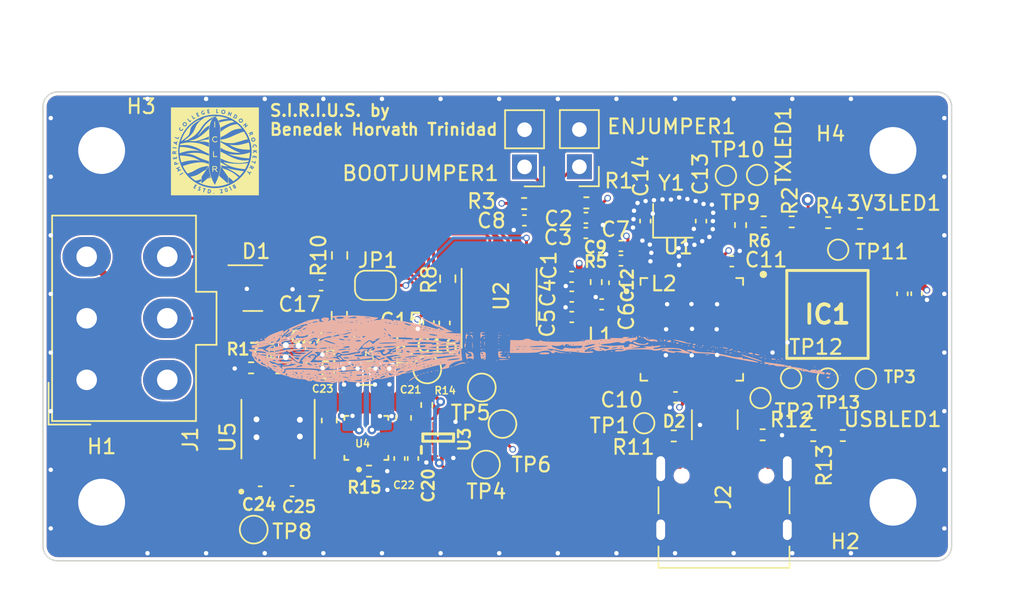
<source format=kicad_pcb>
(kicad_pcb (version 20221018) (generator pcbnew)
  (layers (0 "F.Cu" signal) (1 "In1.Cu" signal) (2 "In2.Cu" signal) (31 "B.Cu" signal) (34 "B.Paste" user) (35 "F.Paste" user) (36 "B.SilkS" user "B.Silkscreen") (37 "F.SilkS" user "F.Silkscreen") (38 "B.Mask" user) (39 "F.Mask" user) (44 "Edge.Cuts" user))
  (net 0 "")
  (net 1 "GND")
  (net 2 "+3V3")
  (net 3 "VBUS")
  (net 4 "RBUS_uC_V")
  (net 5 "Net-(3V3LED1-A)")
  (net 6 "/Power/BBIN")
  (net 7 "/Power/BIAS")
  (net 8 "/Power/BBOUT")
  (net 9 "/Power/LX1")
  (net 10 "/Power/LX2")
  (net 11 "/Power/SEL")
  (net 12 "/Power/FBIn")
  (net 13 "Net-(U1-LNA_IN{slash}RF)")
  (net 14 "Net-(U1-XTAL_N)")
  (net 15 "Net-(JP1-B)")
  (net 17 "/BOOT")
  (net 18 "/CHIP_PU")
  (net 19 "Net-(C6-Pad1)")
  (net 20 "Net-(C12-Pad1)")
  (net 22 "Net-(C14-Pad1)")
  (net 23 "/CAN+")
  (net 24 "/CAN-")
  (net 25 "/Data-")
  (net 26 "/Data+")
  (net 27 "/NAND_CS")
  (net 28 "/CLK")
  (net 29 "/MOSI")
  (net 30 "/MISO")
  (net 32 "Net-(J2-CC2)")
  (net 34 "+12V")
  (net 35 "Net-(J2-CC1)")
  (net 36 "Net-(U1-XTAL_P)")
  (net 37 "Net-(TXLED1-A)")
  (net 38 "Net-(U1-U0TXD{slash}PROG{slash}GPIO43)")
  (net 39 "/CAN-BUS/Vref")
  (net 40 "Net-(U2-Rs)")
  (net 41 "Net-(USBLED1-A)")
  (net 42 "Net-(U3-ST)")
  (net 45 "/RXD")
  (net 46 "/CAN_TX")
  (net 47 "/CAN_RX")
  (net 85 "/TXD")
  (footprint "Capacitor_SMD:C_0402_1005Metric" (layer "F.Cu") (at 174.077 55.992 -90)
    (fp_text reference "C28" hide)
    (fp_text value "10uF")
  )
  (footprint "Capacitor_SMD:C_0402_1005Metric" (layer "F.Cu") (at 153.45 55.25 -90)
    (fp_text reference "C12")
    (fp_text value "DNP")
  )
  (footprint "Resistor_SMD:R_0402_1005Metric" (layer "F.Cu") (at 163.576 65.62 180)
    (fp_text reference "R12")
    (fp_text value "5.1k")
  )
  (footprint "TestPoint:TestPoint_Pad_D1.0mm" (layer "F.Cu") (at 155.49 64.83 -90)
    (fp_text reference "TP1")
    (fp_text value "TestPoint")
  )
  (footprint "Resistor_SMD:R_0402_1005Metric" (layer "F.Cu") (at 128.670223 61.05 180)
    (fp_text reference "R17")
    (fp_text value "10k")
  )
  (footprint "Connector_PinHeader_2.54mm:PinHeader_1x02_P2.54mm_Vertical" (layer "F.Cu") (at 151.07 47.33 180)
    (fp_text reference "ENJUMPER1")
    (fp_text value "Conn_01x02_Male")
  )
  (footprint "Resistor_SMD:R_0402_1005Metric" (layer "F.Cu") (at 151.55 49.79 180)
    (fp_text reference "R1")
    (fp_text value "10K")
  )
  (footprint "Capacitor_SMD:C_0402_1005Metric" (layer "F.Cu") (at 141.87 57.99 -90)
    (fp_text reference "C16")
    (fp_text value "10uF")
  )
  (footprint "TestPoint:TestPoint_Pad_D1.5mm" (layer "F.Cu") (at 144.41 62.39 180)
    (fp_text reference "TP5")
    (fp_text value "TestPoint")
  )
  (footprint "TestPoint:TestPoint_Pad_D1.0mm" (layer "F.Cu") (at 168.73 52.99)
    (fp_text reference "TP11")
    (fp_text value "TestPoint")
  )
  (footprint "ICLR:QFN40P700X700X90-57N" (layer "F.Cu") (at 158.7425 58.425)
    (fp_text reference "U1")
    (fp_text value "ESP32-S3")
  )
  (footprint "TestPoint:TestPoint_Pad_D1.0mm" (layer "F.Cu") (at 163.43 63.11)
    (fp_text reference "TP2")
    (fp_text value "TestPoint")
  )
  (footprint "Resistor_SMD:R_0402_1005Metric" (layer "F.Cu") (at 147.3 49.84)
    (fp_text reference "R3")
    (fp_text value "10K")
  )
  (footprint "Resistor_SMD:R_0402_1005Metric" (layer "F.Cu") (at 168.05 51.14 180)
    (fp_text reference "R4")
    (fp_text value "470")
  )
  (footprint "Capacitor_SMD:C_0402_1005Metric" (layer "F.Cu") (at 153.902 52.733 180)
    (fp_text reference "C7")
    (fp_text value "1uF")
  )
  (footprint "Connector_PinHeader_2.54mm:PinHeader_1x02_P2.54mm_Vertical" (layer "F.Cu") (at 147.33 47.34 180)
    (fp_text reference "BOOTJUMPER1")
    (fp_text value "Conn_01x02_Male")
  )
  (footprint "MountingHole:MountingHole_3.2mm_M3_DIN965_Pad" (layer "F.Cu") (at 118.47 46.22)
    (fp_text reference "H3")
    (fp_text value "MountingHole_Pad")
  )
  (footprint "Resistor_SMD:R_0603_1608Metric" (layer "F.Cu") (at 134.69 57.46 90)
    (fp_text reference "R9")
    (fp_text value "60")
  )
  (footprint "Resistor_SMD:R_0402_1005Metric" (layer "F.Cu") (at 163.65 51.09)
    (fp_text reference "TXLED1")
    (fp_text value "GREEN_LED")
  )
  (footprint "Inductor_SMD:L_0402_1005Metric" (layer "F.Cu") (at 156.7525 53.2875 90)
    (fp_text reference "L2")
    (fp_text value "20nH")
  )
  (footprint "TestPoint:TestPoint_Pad_D1.0mm" (layer "F.Cu") (at 163.2 47.89)
    (fp_text reference "TP9")
    (fp_text value "TestPoint")
  )
  (footprint "Capacitor_SMD:C_0402_1005Metric" (layer "F.Cu") (at 131.47 69.468186)
    (fp_text reference "C25")
    (fp_text value "4.7uF")
  )
  (footprint "iclr:SOTFL50P160X60-8N" (layer "F.Cu") (at 141.437508 65.808 90)
    (fp_text reference "U3")
    (fp_text value "LM66200DRLR" hide)
  )
  (footprint "Capacitor_SMD:C_0402_1005Metric" (layer "F.Cu") (at 150.54 54.84 180)
    (fp_text reference "C1")
    (fp_text value "10uF")
  )
  (footprint "Resistor_SMD:R_0603_1608Metric" (layer "F.Cu") (at 134.71 53.38 90)
    (fp_text reference "R10")
    (fp_text value "60")
  )
  (footprint "Resistor_SMD:R_0402_1005Metric" (layer "F.Cu") (at 167.03 65.675)
    (fp_text reference "R13")
    (fp_text value "470")
  )
  (footprint "TestPoint:TestPoint_Pad_D1.0mm" (layer "F.Cu") (at 161.07 47.94)
    (fp_text reference "TP10")
    (fp_text value "TestPoint")
  )
  (footprint "Capacitor_SMD:C_0402_1005Metric" (layer "F.Cu") (at 132.377508 60.14 180)
    (fp_text reference "C27")
    (fp_text value "0.1uF")
  )
  (footprint "Resistor_SMD:R_0402_1005Metric" (layer "F.Cu") (at 162.07 51.31 -90)
    (fp_text reference "R6")
    (fp_text value "499")
  )
  (footprint "Capacitor_SMD:C_0402_1005Metric" (layer "F.Cu") (at 152.59 56.72 180)
    (fp_text reference "C6")
    (fp_text value "0.1uF")
  )
  (footprint "Capacitor_SMD:C_0603_1608Metric" (layer "F.Cu") (at 134.002508 64.65 90)
    (fp_text reference "C23")
    (fp_text value "22uF")
  )
  (footprint "MountingHole:MountingHole_3.2mm_M3_DIN965_Pad" (layer "F.Cu") (at 172.47 70.22)
    (fp_text reference "H2")
    (fp_text value "MountingHole_Pad")
  )
  (footprint "Crystal:Crystal_SMD_2016-4Pin_2.0x1.6mm" (layer "F.Cu") (at 157.4525 51.0175)
    (fp_text reference "Y1")
    (fp_text value "40MHz±10ppm")
  )
  (footprint "Resistor_SMD:R_0402_1005Metric" (layer "F.Cu") (at 140.657508 63.588186 -90)
    (fp_text reference "R14")
    (fp_text value "10k")
  )
  (footprint "Resistor_SMD:R_0603_1608Metric" (layer "F.Cu") (at 142.09 54.97 -90)
    (fp_text reference "R8")
    (fp_text value "0")
  )
  (footprint "Package_SO:SOIC-8_3.9x4.9mm_P1.27mm" (layer "F.Cu") (at 145.595 56.24 90)
    (fp_text reference "U2")
    (fp_text value "SN65HVD230")
  )
  (footprint "Capacitor_SMD:C_0402_1005Metric" (layer "F.Cu") (at 139.717508 67.24 -90)
    (fp_text reference "C20")
    (fp_text value "10uF")
  )
  (footprint "Capacitor_SMD:C_0402_1005Metric" (layer "F.Cu") (at 153.908 53.73 180)
    (fp_text reference "C9")
    (fp_text value "10nF")
  )
  (footprint "Capacitor_SMD:C_0402_1005Metric" (layer "F.Cu") (at 161.47 53.78)
    (fp_text reference "C11")
    (fp_text value "0.1uF")
  )
  (footprint "Resistor_SMD:R_0402_1005Metric" (layer "F.Cu") (at 165.56 51.09 180)
    (fp_text reference "R2")
    (fp_text value "470")
  )
  (footprint "LOGO" (layer "F.Cu") (at 126.2 46.28)
    (fp_text reference "G***" hide)
    (fp_text value "LOGO" hide)
  )
  (footprint "Resistor_SMD:R_0402_1005Metric" (layer "F.Cu") (at 157.51 65.695 180)
    (fp_text reference "R11")
    (fp_text value "5.1k")
  )
  (footprint "Resistor_SMD:R_0402_1005Metric" (layer "F.Cu") (at 130.530223 61.05 180)
    (fp_text reference "R16")
    (fp_text value "56k")
  )
  (footprint "Capacitor_SMD:C_0402_1005Metric" (layer "F.Cu") (at 157.63 63.057 180)
    (fp_text reference "C10")
    (fp_text value "0.1uF")
  )
  (footprint "Capacitor_SMD:C_0402_1005Metric" (layer "F.Cu") (at 147.32 50.99 180)
    (fp_text reference "C8")
    (fp_text value "0.1uF")
  )
  (footprint "MountingHole:MountingHole_3.2mm_M3_DIN965_Pad" (layer "F.Cu") (at 118.47 70.22)
    (fp_text reference "H1")
    (fp_text value "MountingHole_Pad")
  )
  (footprint "Resistor_SMD:R_0402_1005Metric" (layer "F.Cu") (at 136.717508 68.1)
    (fp_text reference "R15")
    (fp_text value "14k")
  )
  (footprint "TestPoint:TestPoint_Pad_D1.5mm" (layer "F.Cu") (at 145.82 64.88 180)
    (fp_text reference "TP6")
    (fp_text value "TestPoint")
  )
  (footprint "Connector_USB:USB_C_Receptacle_Palconn_UTC16-G" (layer "F.Cu") (at 160.94 69.86)
    (fp_text reference "J2")
    (fp_text value "USB_C_Receptacle_USB2.0")
  )
  (footprint "Capacitor_SMD:C_0402_1005Metric" (layer "F.Cu") (at 150.55 56.19 180)
    (fp_text reference "C4")
    (fp_text value "1uF")
  )
  (footprint "Capacitor_SMD:C_0402_1005Metric" (layer "F.Cu") (at 129.29 69.498186 180)
    (fp_text reference "C24")
    (fp_text value "10uF")
  )
  (footprint "Capacitor_SMD:C_0402_1005Metric" (layer "F.Cu") (at 151.51 51.85)
    (fp_text reference "C3")
    (fp_text value "0.1uF")
  )
  (footprint "iclr:SON127P800X600X95-8N" (layer "F.Cu") (at 168 57.405)
    (fp_text reference "IC1")
    (fp_text value "XTSD08GLGEAG" hide)
  )
  (footprint "Capacitor_SMD:C_0402_1005Metric" (layer "F.Cu") (at 133.45 55.42 180)
    (fp_text reference "C17")
    (fp_text value "47nF")
  )
  (footprint "TestPoint:TestPoint_Pad_D1.5mm" (layer "F.Cu") (at 128.85 72.088186)
    (fp_text reference "TP8")
    (fp_text value "TestPoint")
  )
  (footprint "TestPoint:TestPoint_Pad_D1.5mm" (layer "F.Cu") (at 144.7 67.65 180)
    (fp_text reference "TP4")
    (fp_text value "TestPoint")
  )
  (footprint "iclr:SOIC127P599X175-9N" (layer "F.Cu") (at 130.508 65.231186 90)
    (fp_text reference "U5")
    (fp_text value "SC4215")
  )
  (footprint "MountingHole:MountingHole_3.2mm_M3_DIN965_Pad" (layer "F.Cu") (at 172.47 46.22)
    (fp_text reference "H4")
    (fp_text value "MountingHole_Pad")
  )
  (footprint "Package_TO_SOT_SMD:SOT-143" (layer "F.Cu") (at 160.31 64.585 90)
    (fp_text reference "D2")
    (fp_text value "SP0503BAHT")
  )
  (footprint "TestPoint:TestPoint_Pad_D1.0mm" (layer "F.Cu") (at 165.52 61.75)
    (fp_text reference "TP12")
    (fp_text value "TestPoint")
  )
  (footprint "Capacitor_SMD:C_0402_1005Metric" (layer "F.Cu") (at 132.377508 61.06 180)
    (fp_text reference "C26")
    (fp_text value "10uF")
  )
  (footprint "Package_TO_SOT_SMD:SOT-23" (layer "F.Cu") (at 128.7875 55.61)
    (fp_text reference "D1")
    (fp_text value "SM712_SOT23")
  )
  (footprint "Inductor_SMD:L_0402_1005Metric" (layer "F.Cu") (at 152.63 57.71)
    (fp_text reference "L1")
    (fp_text value "2.0nH")
  )
  (footprint "Connector_Molex:Molex_Mini-Fit_Jr_5566-06A_2x03_P4.20mm_Vertical" (layer "F.Cu") (at 117.45 61.87 90)
    (fp_text reference "J1")
    (fp_text value "RBUS")
  )
  (footprint "Capacitor_SMD:C_0402_1005Metric" (layer "F.Cu") (at 173.114 55.998 -90)
    (fp_text reference "C29" hide)
    (fp_text value "0.1uF")
  )
  (footprint "Capacitor_SMD:C_0402_1005Metric" (layer "F.Cu") (at 159.3725 51.0375 -90)
    (fp_text reference "C13")
    (fp_text value "11pF")
  )
  (footprint "Capacitor_SMD:C_0402_1005Metric" (layer "F.Cu") (at 140.78 57.97 -90)
    (fp_text reference "C15")
    (fp_text value "100nF")
  )
  (footprint "TestPoint:TestPoint_Pad_D1.5mm" (layer "F.Cu") (at 140.69 61.158186 180)
    (fp_text reference "TP7")
    (fp_text value "TestPoint")
  )
  (footprint "Capacitor_SMD:C_0402_1005Metric" (layer "F.Cu") (at 150.55 57.58 180)
    (fp_text reference "C5")
    (fp_text value "0.1uF")
  )
  (footprint "iclr:CONV_MAX77827AEFD+T" (layer "F.Cu") (at 136.534582 65.83 90)
    (fp_text reference "U4")
    (fp_text value "MAX77827AEFD+T")
  )
  (footprint "TestPoint:TestPoint_Pad_D1.0mm" (layer "F.Cu") (at 170.62 61.8)
    (fp_text reference "TP3")
    (fp_text value "TestPoint")
  )
  (footprint "Capacitor_SMD:C_0402_1005Metric" (layer "F.Cu") (at 155.5725 51.0375 90)
    (fp_text reference "C14")
    (fp_text value "11pF")
  )
  (footprint "Resistor_SMD:R_0402_1005Metric" (layer "F.Cu") (at 170.22 51.2 180)
    (fp_text reference "3V3LED1")
    (fp_text value "BLUE_LED")
  )
  (footprint "Jumper:SolderJumper-2_P1.3mm_Open_RoundedPad1.0x1.5mm" (layer "F.Cu") (at 137.158199 55.42 180)
    (fp_text reference "JP1")
    (fp_text value "TermJP")
  )
  (footprint "Capacitor_SMD:C_0603_1608Metric" (layer "F.Cu") (at 139.073131 64.462144 90)
    (fp_text reference "C21")
    (fp_text value "10uF")
  )
  (footprint "Capacitor_SMD:C_0402_1005Metric" (layer "F.Cu") (at 138.797508 67.24 -90)
    (fp_text reference "C22")
    (fp_text value "1uF")
  )
  (footprint "TestPoint:TestPoint_Pad_D1.0mm" (layer "F.Cu") (at 168.01 61.78)
    (fp_text reference "TP13")
    (fp_text value "TestPoint")
  )
  (footprint "Resistor_SMD:R_0402_1005Metric" (layer "F.Cu") (at 169.05 65.67 180)
    (fp_text reference "USBLED1")
    (fp_text value "USB_LED")
  )
  (footprint "Inductor_SMD:L_0805_2012Metric" (layer "F.Cu") (at 136.54 61.658186 180)
    (fp_text reference "L3")
    (fp_text value "1uH")
  )
  (footprint "Resistor_SMD:R_0402_1005Metric" (layer "F.Cu") (at 152.22 55.2 90)
    (fp_text reference "R5")
    (fp_text value "DNP")
  )
  (footprint "Capacitor_SMD:C_0402_1005Metric" (layer "F.Cu") (at 151.52 50.82)
    (fp_text reference "C2")
    (fp_text value "1uF")
  )
  (footprint "LOGO" (layer "B.Cu") (at 148.73 59.75 90)
    (fp_text reference "G***" hide)
    (fp_text value "LOGO" hide)
  )
  (gr_line (start 175.47 74.22) (end 115.47 74.22) (stroke (width 0.1)) (layer "Edge.Cuts"))
  (gr_arc (start 114.47 43.22) (mid 114.762893 42.512893) (end 115.47 42.22) (stroke (width 0.1)) (layer "Edge.Cuts"))
  (gr_arc (start 115.47 74.22) (mid 114.762894 73.927107) (end 114.47 73.22) (stroke (width 0.1)) (layer "Edge.Cuts"))
  (gr_line (start 115.47 42.22) (end 175.47 42.22) (stroke (width 0.1)) (layer "Edge.Cuts"))
  (gr_arc (start 175.47 42.22) (mid 176.177107 42.512893) (end 176.47 43.22) (stroke (width 0.1)) (layer "Edge.Cuts"))
  (gr_line (start 114.47 43.22) (end 114.47 73.22) (stroke (width 0.1)) (layer "Edge.Cuts"))
  (gr_line (start 176.47 43.22) (end 176.47 73.22) (stroke (width 0.1)) (layer "Edge.Cuts"))
  (gr_arc (start 176.47 73.22) (mid 176.177107 73.927106) (end 175.47 74.22) (stroke (width 0.1)) (layer "Edge.Cuts"))
  (gr_text "S.I.R.I.U.S. by \nBenedek Horvath Trinidad" (at 129.86 45.25) (layer "F.SilkS") (effects (font (size 0.8 0.8) (thickness 0.16) bold) (justify left bottom)))
  (segment (start 150.13 57.52) (end 150.07 57.58) (width 0.2) (layer "F.Cu") (net 1))
  (segment (start 158.8775 51.5675) (end 158.88 51.57) (width 0.4) (layer "F.Cu") (net 1))
  (segment (start 156.0175 50.4675) (end 155.6625 50.4675) (width 0.4) (layer "F.Cu") (net 1))
  (segment (start 140.63 67.508186) (end 140.687508 67.450678) (width 0.25) (layer "F.Cu") (net 1))
  (segment (start 158.88 51.57) (end 158.8825 51.5675) (width 0.4) (layer "F.Cu") (net 1))
  (segment (start 136.536803 64.73061) (end 136.536803 63.598835) (width 0.36) (layer "F.Cu") (net 1))
  (segment (start 150.13 56.13) (end 150.07 56.19) (width 0.5) (layer "F.Cu") (net 1))
  (segment (start 164.14 67.35) (end 164.68 67.35) (width 0.2) (layer "F.Cu") (net 1))
  (segment (start 164.68 67.35) (end 165.26 67.93) (width 0.2) (layer "F.Cu") (net 1))
  (segment (start 137.961183 68.100965) (end 137.960404 68.100186) (width 0.2) (layer "F.Cu") (net 1))
  (segment (start 137.961183 68.100965) (end 137.734582 67.874364) (width 0.2) (layer "F.Cu") (net 1))
  (segment (start 156.08 50.53) (end 156.0175 50.4675) (width 0.4) (layer "F.Cu") (net 1))
  (segment (start 159.3225 51.5675) (end 159.3725 51.5175) (width 0.4) (layer "F.Cu") (net 1))
  (segment (start 150.06 54.84) (end 150.06 55.39) (width 0.2) (layer "F.Cu") (net 1))
  (segment (start 138.727173 63.341186) (end 134.074322 63.341186) (width 1) (layer "F.Cu") (net 1))
  (segment (start 137.936508 68.1) (end 137.227508 68.1) (width 0.2) (layer "F.Cu") (net 1))
  (segment (start 156.7525 50.4675) (end 156.1425 50.4675) (width 0.4) (layer "F.Cu") (net 1))
  (segment (start 156.1425 50.4675) (end 156.08 50.53) (width 0.4) (layer "F.Cu") (net 1))
  (segment (start 140.687508 67.450678) (end 140.687508 66.646) (width 0.25) (layer "F.Cu") (net 1))
  (segment (start 134.074322 63.341186) (end 133.989508 63.426) (width 1) (layer "F.Cu") (net 1))
  (segment (start 137.734582 67.874364) (end 137.734582 66.63) (width 0.2) (layer "F.Cu") (net 1))
  (segment (start 136.534582 63.598225) (end 136.542807 63.59) (width 0.25) (layer "F.Cu") (net 1))
  (segment (start 139.073131 63.687144) (end 138.727173 63.341186) (width 1) (layer "F.Cu") (net 1))
  (segment (start 138.316508 67.72) (end 138.797508 67.72) (width 0.2) (layer "F.Cu") (net 1))
  (segment (start 158.1525 51.5675) (end 158.8775 51.5675) (width 0.4) (layer "F.Cu") (net 1))
  (segment (start 150.14 55.47) (end 150.13 55.48) (width 0.2) (layer "F.Cu") (net 1))
  (segment (start 150.13 55.48) (end 150.13 56.92) (width 0.2) (layer "F.Cu") (net 1))
  (segment (start 153.44 53.718) (end 153.428 53.73) (width 0.2) (layer "F.Cu") (net 1))
  (segment (start 158.8825 51.5675) (end 159.3225 51.5675) (width 0.4) (layer "F.Cu") (net 1))
  (segment (start 150.13 56.92) (end 150.13 57.52) (width 0.2) (layer "F.Cu") (net 1))
  (segment (start 137.961183 68.100965) (end 137.961183 67.951315) (width 0.2) (layer "F.Cu") (net 1))
  (segment (start 155.6625 50.4675) (end 155.5725 50.5575) (width 0.4) (layer "F.Cu") (net 1))
  (segment (start 137.961183 67.951315) (end 138.081511 67.830987) (width 0.2) (layer "F.Cu") (net 1))
  (segment (start 150.06 55.39) (end 150.14 55.47) (width 0.2) (layer "F.Cu") (net 1))
  (via (at 150.13 56.92) (size 0.45) (drill 0.3) (layers "F.Cu" "B.Cu") (net 1))
  (via (at 137.961183 68.100965) (size 0.6) (drill 0.3) (layers "F.Cu" "B.Cu") (net 1))
  (via (at 137.97 69.38) (size 0.45) (drill 0.3) (layers "F.Cu" "B.Cu") (net 1))
  (via (at 145.6 73.7) (size 0.45) (drill 0.3) (layers "F.Cu" "B.Cu") (net 1))
  (via (at 154.8 50.33) (size 0.45) (drill 0.3) (layers "F.Cu" "B.Cu") (net 1))
  (via (at 115 72.007983) (size 0.45) (drill 0.3) (layers "F.Cu" "B.Cu") (net 1))
  (via (at 160.1125 49.9175) (size 0.45) (drill 0.3) (layers "F.Cu" "B.Cu") (net 1))
  (via (at 158.3525 52.6175) (size 0.45) (drill 0.3) (layers "F.Cu" "B.Cu") (net 1))
  (via (at 165.6 42.7) (size 0.45) (drill 0.3) (layers "F.Cu" "B.Cu") (net 1))
  (via (at 152.184 56.221) (size 0.45) (drill 0.3) (layers "F.Cu" "B.Cu") (net 1))
  (via (at 175.975128 60.006734) (size 0.45) (drill 0.3) (layers "F.Cu" "B.Cu") (net 1))
  (via (at 175.975128 68.006735) (size 0.45) (drill 0.3) (layers "F.Cu" "B.Cu") (net 1))
  (via (at 156.16 49.61) (size 0.45) (drill 0.3) (layers "F.Cu" "B.Cu") (net 1))
  (via (at 175.975128 48.006735) (size 0.45) (drill 0.3) (layers "F.Cu" "B.Cu") (net 1))
  (via (at 160.2025 50.4675) (size 0.45) (drill 0.3) (layers "F.Cu" "B.Cu") (net 1))
  (via (at 159.301 64.947) (size 0.45) (drill 0.3) (layers "F.Cu" "B.Cu") (net 1))
  (via (at 149.6 73.7) (size 0.45) (drill 0.3) (layers "F.Cu" "B.Cu") (net 1))
  (via (at 161.6 42.7) (size 0.45) (drill 0.3) (layers "F.Cu" "B.Cu") (net 1))
  (via (at 133.6 73.7) (size 0.45) (drill 0.3) (layers "F.Cu" "B.Cu") (net 1))
  (via (at 175.975128 56.006734) (size 0.45) (drill 0.3) (layers "F.Cu" "B.Cu") (net 1))
  (via (at 156.99 58.42) (size 0.45) (drill 0.3) (layers "F.Cu" "B.Cu") (net 1))
  (via (at 157.06 56.71) (size 0.45) (drill 0.3) (layers "F.Cu" "B.Cu") (net 1))
  (via (at 157.8425 52.8875) (size 0.45) (drill 0.3) (layers "F.Cu" "B.Cu") (net 1))
  (via (at 154.73 51.48) (size 0.45) (drill 0.3) (layers "F.Cu" "B.Cu") (net 1))
  (via (at 115 68.007983) (size 0.45) (drill 0.3) (layers "F.Cu" "B.Cu") (net 1))
  (via (at 158.76 58.39) (size 0.45) (drill 0.3) (layers "F.Cu" "B.Cu") (net 1))
  (via (at 157.6 42.7) (size 0.45) (drill 0.3) (layers "F.Cu" "B.Cu") (net 1))
  (via (at 156.74 49.56) (size 0.45) (drill 0.3) (layers "F.Cu" "B.Cu") (net 1))
  (via (at 140.04 58.39) (size 0.45) (drill 0.3) (layers "F.Cu" "B.Cu") (net 1))
  (via (at 157.88 49.43) (size 0.45) (drill 0.3) (layers "F.Cu" "B.Cu") (net 1))
  (via (at 141.6 73.7) (size 0.45) (drill 0.3) (layers "F.Cu" "B.Cu") (net 1))
  (via (at 160.1825 51.0375) (size 0.45) (drill 0.3) (layers "F.Cu" "B.Cu") (net 1))
  (via (at 125.6 42.7) (size 0.45) (drill 0.3) (layers "F.Cu" "B.Cu") (net 1))
  (via (at 145.6 42.7) (size 0.45) (drill 0.3) (layers "F.Cu" "B.Cu") (net 1))
  (via (at 115 64.007984) (size 0.45) (drill 0.3) (layers "F.Cu" "B.Cu") (net 1))
  (via (at 159.0025 49.6675) (size 0.45) (drill 0.3) (layers "F.Cu" "B.Cu") (net 1))
  (via (at 129.038 64.566186) (size 0.8) (drill 0.4) (layers "F.Cu" "B.Cu") (net 1))
  (via (at 158.44 49.53) (size 0.45) (drill 0.3) (layers "F.Cu" "B.Cu") (net 1))
  (via (at 142.62 64.73) (size 0.45) (drill 0.3) (layers "F.Cu" "B.Cu") (net 1))
  (via (at 152.675 51.302) (size 0.45) (drill 0.3) (layers "F.Cu" "B.Cu") (net 1))
  (via (at 146.592 51.645) (size 0.45) (drill 0.3) (layers "F.Cu" "B.Cu") (net 1))
  (via (at 160.1725 51.5875) (size 0.45) (drill 0.3) (layers "F.Cu" "B.Cu") (net 1))
  (via (at 157.86 53.45) (size 0.45) (drill 0.3) (layers "F.Cu" "B.Cu") (net 1))
  (via (at 137.6 73.7) (size 0.45) (drill 0.3) (layers "F.Cu" "B.Cu") (net 1))
  (via (at 153.6 73.7) (size 0.45) (drill 0.3) (layers "F.Cu" "B.Cu") (net 1))
  (via (at 155.37 52.37) (size 0.45) (drill 0.3) (layers "F.Cu" "B.Cu") (net 1))
  (via (at 133.6 42.7) (size 0.45) (drill 0.3) (layers "F.Cu" "B.Cu") (net 1))
  (via (at 157.3225 49.5675) (size 0.45) (drill 0.3) (layers "F.Cu" "B.Cu") (net 1))
  (via (at 115 60.007982) (size 0.45) (drill 0.3) (layers "F.Cu" "B.Cu") (net 1))
  (via (at 157.6 73.7) (size 0.45) (drill 0.3) (layers "F.Cu" "B.Cu") (net 1))
  (via (at 156.08 50.53) (size 0.45) (drill 0.3) (layers "F.Cu" "B.Cu") (net 1))
  (via (at 158.88 51.57) (size 0.45) (drill 0.3) (layers "F.Cu" "B.Cu") (net 1))
  (via (at 158.9225 52.6575) (size 0.45) (drill 0.3) (layers "F.Cu" "B.Cu") (net 1))
  (via (at 137.6 42.7) (size 0.45) (drill 0.3) (layers "F.Cu" "B.Cu") (net 1))
  (via (at 155.59 49.67) (size 0.45) (drill 0.3) (layers "F.Cu" "B.Cu") (net 1))
  (via (at 129.038 65.786186) (size 0.8) (drill 0.4) (layers "F.Cu" "B.Cu") (net 1))
  (via (at 159.9425 52.1175) (size 0.45) (drill 0.3) (layers "F.Cu" "B.Cu") (net 1))
  (via (at 175.975128 52.006735) (size 0.45) (drill 0.3) (layers "F.Cu" "B.Cu") (net 1))
  (via (at 160.44 58.42) (size 0.45) (drill 0.3) (layers "F.Cu" "B.Cu") (net 1))
  (via (at 175.975128 72.006735) (size 0.45) (drill 0.3) (layers "F.Cu" "B.Cu") (net 1))
  (via (at 164.9 65.65) (size 0.45) (drill 0.3) (layers "F.Cu" "B.Cu") (net 1))
  (via (at 160.47 60.17) (size 0.45) (drill 0.3) (layers "F.Cu" "B.Cu") (net 1))
  (via (at 133.548 61.065) (size 0.45) (drill 0.3) (layers "F.Cu" "B.Cu") (net 1))
  (via (at 131.998 64.596186) (size 0.8) (drill 0.4) (layers "F.Cu" "B.Cu") (net 1))
  (via (at 125.6 73.7) (size 0.45) (drill 0.3) (layers "F.Cu" "B.Cu") (net 1))
  (via (at 174.789 56.41) (size 0.45) (drill 0.3) (layers "F.Cu" "B.Cu") (net 1))
  (via (at 141.6 42.7) (size 0.45) (drill 0.3) (layers "F.Cu" "B.Cu") (net 1))
  (via (at 165.272 59.318) (size 0.45) (drill 0.3) (layers "F.Cu" "B.Cu") (net 1))
  (via (at 121.6 73.7) (size 0.45) (drill 0.3) (layers "F.Cu" "B.Cu") (net 1))
  (via (at 115 56.007982) (size 0.45) (drill 0.3) (layers "F.Cu" "B.Cu") (net 1))
  (via (at 169.6 73.7) (size 0.45) (drill 0.3) (layers "F.Cu" "B.Cu") (net 1))
  (via (at 169.6 42.7) (size 0.45) (drill 0.3) (layers "F.Cu" "B.Cu") (net 1))
  (via (at 175.975128 64.006736) (size 0.45) (drill 0.3) (layers "F.Cu" "B.Cu") (net 1))
  (via (at 142.47 67.2) (size 0.45) (drill 0.3) (layers "F.Cu" "B.Cu") (net 1))
  (via (at 115 52.007983) (size 0.45) (drill 0.3) (layers "F.Cu" "B.Cu") (net 1))
  (via (at 133.53 60.158) (size 0.45) (drill 0.3) (layers "F.Cu" "B.Cu") (net 1))
  (via (at 154.7625 50.91) (size 0.45) (drill 0.3) (layers "F.Cu" "B.Cu") (net 1))
  (via (at 115 44.007983) (size 0.45) (drill 0.3) (layers "F.Cu" "B.Cu") (net 1))
  (via (at 162.01 53.07) (size 0.45) (drill 0.3) (layers "F.Cu" "B.Cu") (net 1))
  (via (at 155.92 53.78) (size 0.45) (drill 0.3) (layers "F.Cu" "B.Cu") (net 1))
  (via (at 152.9 53.3) (size 0.45) (drill 0.3) (layers "F.Cu" "B.Cu") (net 1))
  (via (at 159.4525 52.4075) (size 0.45) (drill 0.3) (layers "F.Cu" "B.Cu") (net 1))
  (via (at 158.72 56.7) (size 0.45) (drill 0.3) (layers "F.Cu" "B.Cu") (net 1))
  (via (at 158.74 60.2) (size 0.45) (drill 0.3) (layers "F.Cu" "B.Cu") (net 1))
  (via (at 131.498199 55.69) (size 0.45) (drill 0.3) (layers "F.Cu" "B.Cu") (net 1))
  (via (at 140.63 67.508186) (size 0.6) (drill 0.3) (layers "F.Cu" "B.Cu") (net 1))
  (via (at 115 48.007983) (size 0.45) (drill 0.3) (layers "F.Cu" "B.Cu") (net 1))
  (via (at 128.38 55.66) (size 0.45) (drill 0.3) (layers "F.Cu" "B.Cu") (net 1))
  (via (at 161.6 73.7) (size 0.45) (drill 0.3) (layers "F.Cu" "B.Cu") (net 1))
  (via (at 175.975128 44.006735) (size 0.45) (drill 0.3) (layers "F.Cu" "B.Cu") (net 1))
  (via (at 131.998 65.736186) (size 0.8) (drill 0.4) (layers "F.Cu" "B.Cu") (net 1))
  (via (at 121.6 42.7) (size 0.45) (drill 0.3) (layers "F.Cu" "B.Cu") (net 1))
  (via (at 153.6 42.7) (size 0.45) (drill 0.3) (layers "F.Cu" "B.Cu") (net 1))
  (via (at 160.47 56.71) (size 0.45) (drill 0.3) (layers "F.Cu" "B.Cu") (net 1))
  (via (at 149.6 42.7) (size 0.45) (drill 0.3) (layers "F.Cu" "B.Cu") (net 1))
  (via (at 164.252 60.005) (size 0.45) (drill 0.3) (layers "F.Cu" "B.Cu") (net 1))
  (via (at 155.88 52.64) (size 0.45) (drill 0.3) (layers "F.Cu" "B.Cu") (net 1))
  (via (at 165.6 73.7) (size 0.45) (drill 0.3) (layers "F.Cu" "B.Cu") (net 1))
  (via (at 127.552 61.096) (size 0.45) (drill 0.3) (layers "F.Cu" "B.Cu") (net 1))
  (via (at 129.6 73.7) (size 0.45) (drill 0.3) (layers "F.Cu" "B.Cu") (net 1))
  (via (at 155.04 49.8) (size 0.45) (drill 0.3) (layers "F.Cu" "B.Cu") (net 1))
  (via (at 157.877513 54.037922) (size 0.45) (drill 0.3) (layers "F.Cu" "B.Cu") (net 1))
  (via (at 159.5425 49.8675) (size 0.45) (drill 0.3) (layers "F.Cu" "B.Cu") (net 1))
  (via (at 155.98 53.2) (size 0.45) (drill 0.3) (layers "F.Cu" "B.Cu") (net 1))
  (via (at 156.97 60.19) (size 0.45) (drill 0.3) (layers "F.Cu" "B.Cu") (net 1))
  (via (at 157.24 63.755) (size 0.45) (drill 0.3) (layers "F.Cu" "B.Cu") (net 1))
  (via (at 150.14 55.47) (size 0.45) (drill 0.3) (layers "F.Cu" "B.Cu") (net 1))
  (via (at 129.6 42.7) (size 0.45) (drill 0.3) (layers "F.Cu" "B.Cu") (net 1))
  (arc (start 138.081511 67.830987) (mid 138.187597 67.750348) (end 138.316508 67.72) (width 0.2) (layer "F.Cu") (net 1))
  (arc (start 137.960404 68.100186) (mid 137.948124 68.099238) (end 137.936508 68.1) (width 0.2) (layer "F.Cu") (net 1))
  (segment (start 167.28 51.4) (end 167.54 51.14) (width 0.2) (layer "F.Cu") (net 2))
  (segment (start 166.65 49.59) (end 166.68 49.62) (width 0.2) (layer "F.Cu") (net 2))
  (segment (start 166.92 51.4) (end 167.28 51.4) (width 0.2) (layer "F.Cu") (net 2))
  (segment (start 154.388 53.73) (end 154.388 53.082) (width 0.2) (layer "F.Cu") (net 2))
  (segment (start 154.382 52.148) (end 154.382 52.733) (width 0.2) (layer "F.Cu") (net 2))
  (segment (start 141.85 57.49) (end 141.87 57.51) (width 0.2) (layer "F.Cu") (net 2))
  (segment (start 160.99 53.78) (end 160.99 53.316) (width 0.2) (layer "F.Cu") (net 2))
  (segment (start 166.07 51.09) (end 166.38 51.4) (width 0.2) (layer "F.Cu") (net 2))
  (segment (start 158.11 63.53) (end 158.11 63.057) (width 0.2) (layer "F.Cu") (net 2))
  (segment (start 154.388 53.73) (end 155.6794 55.0214) (width 0.2) (layer "F.Cu") (net 2))
  (segment (start 174.785408 55.753509) (end 174.543899 55.512) (width 0.45) (layer "F.Cu") (net 2))
  (segment (start 145.77 49.83) (end 146.78 49.83) (width 0.2) (layer "F.Cu") (net 2))
  (segment (start 160.67 53.78) (end 160.99 53.78) (width 0.2) (layer "F.Cu") (net 2))
  (segment (start 152.145 57.71) (end 151.835 58.02) (width 0.45) (layer "F.Cu") (net 2))
  (segment (start 174.065 55.5) (end 174.077 55.512) (width 0.2) (layer "F.Cu") (net 2))
  (segment (start 160.1425 54.3075) (end 160.67 53.78) (width 0.2) (layer "F.Cu") (net 2))
  (segment (start 146.78 49.83) (end 146.79 49.84) (width 0.2) (layer "F.Cu") (net 2))
  (segment (start 166.68 51.11) (end 166.92 51.35) (width 0.2) (layer "F.Cu") (net 2))
  (segment (start 143.05 57.21) (end 142.75 57.51) (width 0.2) (layer "F.Cu") (net 2))
  (segment (start 174.543899 55.512) (end 174.077 55.512) (width 0.45) (layer "F.Cu") (net 2))
  (segment (start 166.38 51.4) (end 166.92 51.4) (width 0.2) (layer "F.Cu") (net 2))
  (segment (start 151.835 58.02) (end 151.47 58.02) (width 0.45) (layer "F.Cu") (net 2))
  (segment (start 155.6794 55.0214) (end 156.1517 55.0214) (width 0.2) (layer "F.Cu") (net 2))
  (segment (start 154.39 53.08) (end 154.388 53.078) (width 0.2) (layer "F.Cu") (net 2))
  (segment (start 154.28 52.046) (end 154.382 52.148) (width 0.2) (layer "F.Cu") (net 2))
  (segment (start 140.025 57.742497) (end 140.277497 57.49) (width 0.2) (layer "F.Cu") (net 2))
  (segment (start 146.23 58.715) (end 146.23 57.92) (width 0.2) (layer "F.Cu") (net 2))
  (segment (start 166.92 51.35) (end 166.92 51.4) (width 0.2) (layer "F.Cu") (net 2))
  (segment (start 151.03 57.58) (end 151.03 54.85) (width 0.45) (layer "F.Cu") (net 2))
  (segment (start 151.02 54.84) (end 151.06 54.8) (width 0.2) (layer "F.Cu") (net 2))
  (segment (start 156.1517 55.0214) (end 156.5327 55.0214) (width 0.2) (layer "F.Cu") (net 2))
  (segment (start 145.82 65.91) (end 146.52 66.61) (width 0.2) (layer "F.Cu") (net 2))
  (segment (start 140.277497 57.49) (end 140.78 57.49) (width 0.2) (layer "F.Cu") (net 2))
  (segment (start 171.75 55.5) (end 174.065 55.5) (width 0.45) (layer "F.Cu") (net 2))
  (segment (start 157.899 63.741) (end 158.11 63.53) (width 0.2) (layer "F.Cu") (net 2))
  (segment (start 151.03 54.85) (end 151.02 54.84) (width 0.2) (layer "F.Cu") (net 2))
  (segment (start 152.68 49.79) (end 152.06 49.79) (width 0.2) (layer "F.Cu") (net 2))
  (segment (start 151.47 58.02) (end 151.03 57.58) (width 0.45) (layer "F.Cu") (net 2))
  (segment (start 140.78 57.49) (end 141.85 57.49) (width 0.2) (layer "F.Cu") (net 2))
  (segment (start 145.82 64.88) (end 145.82 65.91) (width 0.2) (layer "F.Cu") (net 2))
  (segment (start 153 49.47) (end 152.68 49.79) (width 0.2) (layer "F.Cu") (net 2))
  (segment (start 145.52 57.21) (end 143.05 57.21) (width 0.2) (layer "F.Cu") (net 2))
  (segment (start 146.23 57.92) (end 145.52 57.21) (width 0.2) (layer "F.Cu") (net 2))
  (segment (start 154.388 53.078) (end 154.388 52.452) (width 0.2) (layer "F.Cu") (net 2))
  (segment (start 151.06 54.8) (end 151.06 53.91) (width 0.45) (layer "F.Cu") (net 2))
  (segment (start 158.1425 63.0245) (end 158.11 63.057) (width 0.2) (layer "F.Cu") (net 2))
  (segment (start 158.1425 61.87) (end 158.1425 63.0245) (width 0.2) (layer "F.Cu") (net 2))
  (segment (start 160.99 53.316) (end 161.259 53.047) (width 0.2) (layer "F.Cu") (net 2))
  (segment (start 131.143 62.761186) (end 131.143 61.152777) (width 0.9) (layer "F.Cu") (net 2))
  (segment (start 160.1425 54.9875) (end 160.1425 54.3075) (width 0.2) (layer "F.Cu") (net 2))
  (segment (start 166.68 49.62) (end 166.68 51.11) (width 0.2) (layer "F.Cu") (net 2))
  (segment (start 142.75 57.51) (end 141.87 57.51) (width 0.2) (layer "F.Cu") (net 2))
  (segment (start 154.388 53.082) (end 154.39 53.08) (width 0.2) (layer "F.Cu") (net 2))
  (via (at 140.025 57.742497) (size 0.45) (drill 0.3) (layers "F.Cu" "B.Cu") (net 2))
  (via (at 161.259 53.047) (size 0.45) (drill 0.3) (layers "F.Cu" "B.Cu") (net 2))
  (via (at 145.77 49.83) (size 0.45) (drill 0.3) (layers "F.Cu" "B.Cu") (net 2))
  (via (at 131.913 59.543) (size 0.8) (drill 0.4) (layers "F.Cu" "B.Cu") (net 2))
  (via (at 151.06 53.91) (size 0.45) (drill 0.3) (layers "F.Cu" "B.Cu") (net 2))
  (via (at 157.899 63.741) (size 0.45) (drill 0.3) (layers "F.Cu" "B.Cu") (net 2))
  (via (at 146.52 66.61) (size 0.45) (drill 0.3) (layers "F.Cu" "B.Cu") (net 2))
  (via (at 166.65 49.59) (size 0.8) (drill 0.4) (layers "F.Cu" "B.Cu") (net 2))
  (via (at 174.785408 55.753509) (size 0.45) (drill 0.3) (layers "F.Cu" "B.Cu") (net 2))
  (via (at 154.28 52.046) (size 0.45) (drill 0.3) (layers "F.Cu" "B.Cu") (net 2))
  (via (at 131.037 60.328) (size 0.8) (drill 0.4) (layers "F.Cu" "B.Cu") (net 2))
  (via (at 131.042 59.502) (size 0.8) (drill 0.4) (layers "F.Cu" "B.Cu") (net 2))
  (via (at 153 49.47) (size 0.45) (drill 0.3) (layers "F.Cu" "B.Cu") (net 2))
  (segment (start 161.98 66.04) (end 161.544 66.04) (width 0.2) (layer "F.Cu") (net 3))
  (segment (start 161.26 64.9) (end 162.03 64.13) (width 0.2) (layer "F.Cu") (net 3))
  (segment (start 165.15 64.62) (end 162.66 64.62) (width 0.2) (layer "F.Cu") (net 3))
  (segment (start 143.991814 70.03) (end 141.505 67.543186) (width 0.2) (layer "F.Cu") (net 3))
  (segment (start 165.27 66.36) (end 165.608 66.022) (width 0.2) (layer "F.Cu") (net 3))
  (segment (start 141.687508 67.360678) (end 141.687508 66.646) (width 0.25) (layer "F.Cu") (net 3))
  (segment (start 141.32 63.078186) (end 140.657508 63.078186) (width 0.25) (layer "F.Cu") (net 3))
  (segment (start 163.73 66.36) (end 165.27 66.36) (width 0.2) (layer "F.Cu") (net 3))
  (segment (start 163.34 66.75) (end 163.73 66.36) (width 0.2) (layer "F.Cu") (net 3))
  (segment (start 162.03 64.13) (end 169.54 64.13) (width 0.2) (layer "F.Cu") (net 3))
  (segment (start 141.505 67.543186) (end 141.687508 67.360678) (width 0.25) (layer "F.Cu") (net 3))
  (segment (start 140.69 61.378186) (end 140.657508 61.410678) (width 0.2) (layer "F.Cu") (net 3))
  (segment (start 158.54 67.862) (end 158.54 67.35) (width 0.2) (layer "F.Cu") (net 3))
  (segment (start 167.714 70.03) (end 143.991814 70.03) (width 0.2) (layer "F.Cu") (net 3))
  (segment (start 165.883 65.675) (end 165.608 65.4) (width 0.2) (layer "F.Cu") (net 3))
  (segment (start 163.34 67.35) (end 163.34 66.75) (width 0.2) (layer "F.Cu") (net 3))
  (segment (start 170.942 66.802) (end 167.714 70.03) (width 0.2) (layer "F.Cu") (net 3))
  (segment (start 159.766 69.088) (end 158.54 67.862) (width 0.2) (layer "F.Cu") (net 3))
  (segment (start 140.69 61.158186) (end 140.69 61.378186) (width 0.2) (layer "F.Cu") (net 3))
  (segment (start 161.26 65.756) (end 161.26 65.585) (width 0.2) (layer "F.Cu") (net 3))
  (segment (start 166.52 65.675) (end 165.883 65.675) (width 0.2) (layer "F.Cu") (net 3))
  (segment (start 140.657508 61.410678) (end 140.657508 63.078186) (width 0.2) (layer "F.Cu") (net 3))
  (segment (start 169.54 64.13) (end 170.942 65.532) (width 0.2) (layer "F.Cu") (net 3))
  (segment (start 162.28 65) (end 162.28 65.74) (width 0.2) (layer "F.Cu") (net 3))
  (segment (start 162.66 64.62) (end 162.28 65) (width 0.2) (layer "F.Cu") (net 3))
  (segment (start 165.608 65.4) (end 165.608 65.078) (width 0.2) (layer "F.Cu") (net 3))
  (segment (start 162.136 69.088) (end 159.766 69.088) (width 0.2) (layer "F.Cu") (net 3))
  (segment (start 165.608 65.078) (end 165.15 64.62) (width 0.2) (layer "F.Cu") (net 3))
  (segment (start 161.544 66.04) (end 161.26 65.756) (width 0.2) (layer "F.Cu") (net 3))
  (segment (start 162.28 65.74) (end 161.98 66.04) (width 0.2) (layer "F.Cu") (net 3))
  (segment (start 141.605907 63.364093) (end 141.32 63.078186) (width 0.25) (layer "F.Cu") (net 3))
  (segment (start 165.608 66.022) (end 165.608 65.4) (width 0.2) (layer "F.Cu") (net 3))
  (segment (start 170.942 65.532) (end 170.942 66.802) (width 0.2) (layer "F.Cu") (net 3))
  (segment (start 163.34 67.884) (end 162.136 69.088) (width 0.2) (layer "F.Cu") (net 3))
  (segment (start 163.34 67.35) (end 163.34 67.884) (width 0.2) (layer "F.Cu") (net 3))
  (segment (start 161.26 65.585) (end 161.26 64.9) (width 0.2) (layer "F.Cu") (net 3))
  (via (at 141.505 67.543186) (size 0.6) (drill 0.3) (layers "F.Cu" "B.Cu") (net 3))
  (via (at 141.605907 63.364093) (size 0.6) (drill 0.3) (layers "F.Cu" "B.Cu") (net 3))
  (segment (start 141.605907 63.474093) (end 141.227508 63.852492) (width 0.25) (layer "B.Cu") (net 3))
  (segment (start 141.227508 67.265694) (end 141.505 67.543186) (width 0.25) (layer "B.Cu") (net 3))
  (segment (start 141.227508 63.852492) (end 141.227508 67.265694) (width 0.25) (layer "B.Cu") (net 3))
  (segment (start 141.605907 63.364093) (end 141.605907 63.474093) (width 0.25) (layer "B.Cu") (net 3))
  (segment (start 143.24 62.39) (end 144.41 62.39) (width 0.5) (layer "F.Cu") (net 4))
  (segment (start 141.83 59.43) (end 133.598 59.43) (width 0.5) (layer "F.Cu") (net 4))
  (segment (start 142.63 61.78) (end 143.24 62.39) (width 0.5) (layer "F.Cu") (net 4))
  (segment (start 142.63 61.08) (end 142.63 61.78) (width 0.5) (layer "F.Cu") (net 4))
  (segment (start 142.63 61.08) (end 142.63 63.486008) (width 0.5) (layer "F.Cu") (net 4))
  (segment (start 142.63 60.23) (end 141.83 59.43) (width 0.5) (layer "F.Cu") (net 4))
  (segment (start 133.598 59.43) (end 132.818 58.65) (width 0.5) (layer "F.Cu") (net 4))
  (segment (start 120.08 58.61) (end 120.08 56.1) (width 0.5) (layer "F.Cu") (net 4))
  (segment (start 126.59 58.65) (end 125.44 59.8) (width 0.5) (layer "F.Cu") (net 4))
  (segment (start 120.08 56.1) (end 117.45 53.47) (width 0.5) (layer "F.Cu") (net 4))
  (segment (start 132.818 58.65) (end 126.59 58.65) (width 0.5) (layer "F.Cu") (net 4))
  (segment (start 142.63 61.08) (end 142.63 60.23) (width 0.5) (layer "F.Cu") (net 4))
  (segment (start 121.27 59.8) (end 120.08 58.61) (width 0.5) (layer "F.Cu") (net 4))
  (segment (start 142.63 63.486008) (end 142.226008 63.89) (width 0.5) (layer "F.Cu") (net 4))
  (segment (start 141.687508 64.97) (end 141.687508 64.4285) (width 0.4) (layer "F.Cu") (net 4))
  (segment (start 125.44 59.8) (end 121.27 59.8) (width 0.5) (layer "F.Cu") (net 4))
  (segment (start 141.687508 64.4285) (end 142.226008 63.89) (width 0.4) (layer "F.Cu") (net 4))
  (segment (start 168.56 51.14) (end 169.65 51.14) (width 0.2) (layer "F.Cu") (net 5))
  (segment (start 169.65 51.14) (end 169.71 51.2) (width 0.2) (layer "F.Cu") (net 5))
  (segment (start 137.034582 67.13) (end 137.034582 66.062627) (width 0.2) (layer "F.Cu") (net 6))
  (segment (start 141.187508 65.868186) (end 143.69 65.868186) (width 0.25) (layer "F.Cu") (net 6))
  (segment (start 141.187508 65.868186) (end 141.187508 64.97) (width 0.25) (layer "F.Cu") (net 6))
  (segment (start 137.147508 65.79) (end 137.195376 65.742132) (width 0.2) (layer "F.Cu") (net 6))
  (segment (start 141.187508 66.646) (end 141.187508 65.868186) (width 0.25) (layer "F.Cu") (net 6))
  (segment (start 143.69 65.868186) (end 144.7 66.878186) (width 0.25) (layer "F.Cu") (net 6))
  (segment (start 144.7 66.878186) (end 144.7 67.65) (width 0.25) (layer "F.Cu") (net 6))
  (arc (start 137.195376 65.742132) (mid 137.430345 65.585131) (end 137.707508 65.53) (width 0.2) (layer "F.Cu") (net 6))
  (arc (start 137.034582 66.062627) (mid 137.063931 65.915082) (end 137.147508 65.79) (width 0.2) (layer "F.Cu") (net 6))
  (segment (start 138.797508 66.76) (end 138.797508 66.666236) (width 0.25) (layer "F.Cu") (net 7))
  (segment (start 138.815626 66.648118) (end 138.23939 66.071882) (width 0.31) (layer "F.Cu") (net 7))
  (segment (start 138.23939 66.071882) (end 137.7527 66.071882) (width 0.31) (layer "F.Cu") (net 7))
  (segment (start 138.797508 66.666236) (end 138.815626 66.648118) (width 0.25) (layer "F.Cu") (net 7))
  (segment (start 132.526112 70.675) (end 131.643858 70.675) (width 1.1) (layer "F.Cu") (net 8))
  (segment (start 134.002508 65.425) (end 134.002508 69.283457) (width 1.1) (layer "F.Cu") (net 8))
  (segment (start 130.512508 69.54365) (end 130.512508 67.25) (width 1.1) (layer "F.Cu") (net 8))
  (segment (start 129.873 67.701186) (end 131.143 67.701186) (width 0.25) (layer "F.Cu") (net 8))
  (segment (start 128.85 72.088186) (end 130.263186 70.675) (width 0.25) (layer "F.Cu") (net 8))
  (segment (start 130.263186 70.675) (end 131.643858 70.675) (width 0.25) (layer "F.Cu") (net 8))
  (arc (start 131.643858 70.675) (mid 130.843873 70.343635) (end 130.512508 69.54365) (width 1.1) (layer "F.Cu") (net 8))
  (arc (start 134.002508 69.283457) (mid 133.90115 69.793016) (end 133.612508 70.225) (width 1.1) (layer "F.Cu") (net 8))
  (arc (start 133.612508 70.225) (mid 133.114066 70.558049) (end 132.526112 70.675) (width 1.1) (layer "F.Cu") (net 8))
  (via (at 138.26 64.348186) (size 0.6) (drill 0.3) (layers "F.Cu" "B.Cu") (net 9))
  (via (at 137.12 62.19) (size 0.6) (drill 0.3) (layers "F.Cu" "B.Cu") (net 9))
  (via (at 137.46 64.348186) (size 0.6) (drill 0.3) (layers "F.Cu" "B.Cu") (net 9))
  (via (at 138.11 62.18) (size 0.6) (drill 0.3) (layers "F.Cu" "B.Cu") (net 9))
  (via (at 137.16 61.1) (size 0.6) (drill 0.3) (layers "F.Cu" "B.Cu") (net 9))
  (via (at 136.913283 65.28545) (size 0.6) (drill 0.3) (layers "F.Cu" "B.Cu") (net 9))
  (via (at 138.1 61.1) (size 0.6) (drill 0.3) (layers "F.Cu" "B.Cu") (net 9))
  (via (at 135.97 62.2) (size 0.6) (drill 0.3) (layers "F.Cu" "B.Cu") (net 10))
  (via (at 136.041082 65.29) (size 0.6) (drill 0.3) (layers "F.Cu" "B.Cu") (net 10))
  (via (at 135.59 64.328186) (size 0.6) (drill 0.3) (layers "F.Cu" "B.Cu") (net 10))
  (via (at 134.98 61.1) (size 0.6) (drill 0.3) (layers "F.Cu" "B.Cu") (net 10))
  (via (at 135.01 62.19) (size 0.6) (drill 0.3) (layers "F.Cu" "B.Cu") (net 10))
  (via (at 135.94 61.1) (size 0.6) (drill 0.3) (layers "F.Cu" "B.Cu") (net 10))
  (via (at 134.89 64.328186) (size 0.6) (drill 0.3) (layers "F.Cu" "B.Cu") (net 10))
  (segment (start 136.034582 67.13) (end 136.034582 67.68252) (width 0.2) (layer "F.Cu") (net 11))
  (arc (start 136.034582 67.68252) (mid 136.079524 67.908459) (end 136.207508 68.1) (width 0.2) (layer "F.Cu") (net 11))
  (segment (start 130.020223 61.05) (end 129.180223 61.05) (width 0.5) (layer "F.Cu") (net 12))
  (segment (start 129.873 61.197223) (end 130.020223 61.05) (width 0.25) (layer "F.Cu") (net 12))
  (segment (start 129.873 62.761186) (end 129.873 61.197223) (width 0.5) (layer "F.Cu") (net 12))
  (segment (start 155.2347 55.73) (end 155.3389 55.8342) (width 0.2) (layer "F.Cu") (net 13))
  (segment (start 153.45 55.73) (end 155.2347 55.73) (width 0.2) (layer "F.Cu") (net 13))
  (segment (start 158.1525 50.4675) (end 159.2825 50.4675) (width 0.2) (layer "F.Cu") (net 14))
  (segment (start 157.4625 52.1615) (end 157.4625 50.9375) (width 0.2) (layer "F.Cu") (net 14))
  (segment (start 157.4625 50.9375) (end 157.9325 50.4675) (width 0.2) (layer "F.Cu") (net 14))
  (segment (start 157.3425 54.9875) (end 157.3425 52.2815) (width 0.2) (layer "F.Cu") (net 14))
  (segment (start 157.3425 52.2815) (end 157.4625 52.1615) (width 0.2) (layer "F.Cu") (net 14))
  (segment (start 159.2825 50.4675) (end 159.3725 50.5575) (width 0.2) (layer "F.Cu") (net 14))
  (segment (start 157.9325 50.4675) (end 158.1525 50.4675) (width 0.2) (layer "F.Cu") (net 14))
  (segment (start 134.788199 55.42) (end 136.508199 55.42) (width 0.2) (layer "F.Cu") (net 15))
  (segment (start 134.788199 56.536801) (end 134.69 56.635) (width 0.2) (layer "F.Cu") (net 15))
  (segment (start 134.788199 55.42) (end 134.788199 54.283199) (width 0.2) (layer "F.Cu") (net 15))
  (segment (start 134.788199 55.42) (end 134.788199 56.536801) (width 0.2) (layer "F.Cu") (net 15))
  (segment (start 134.788199 54.283199) (end 134.71 54.205) (width 0.2) (layer "F.Cu") (net 15))
  (segment (start 133.93 55.42) (end 134.788199 55.42) (width 0.2) (layer "F.Cu") (net 15))
  (segment (start 154.6056 57.4344) (end 155.3389 57.4344) (width 0.2) (layer "F.Cu") (net 17))
  (segment (start 147.8 50.99) (end 148.46 50.99) (width 0.2) (layer "F.Cu") (net 17))
  (segment (start 147.81 49.84) (end 148.15 49.84) (width 0.2) (layer "F.Cu") (net 17))
  (segment (start 148.7 58.99) (end 149.74 60.03) (width 0.2) (layer "F.Cu") (net 17))
  (segment (start 154.36 58.94) (end 154.36 57.68) (width 0.2) (layer "F.Cu") (net 17))
  (segment (start 149.74 60.03) (end 153.27 60.03) (width 0.2) (layer "F.Cu") (net 17))
  (segment (start 148.7 51.23) (end 148.7 58.99) (width 0.2) (layer "F.Cu") (net 17))
  (segment (start 148.46 50.99) (end 148.7 51.23) (width 0.2) (layer "F.Cu") (net 17))
  (segment (start 148.7 48.71) (end 148.7 50.39) (width 0.2) (layer "F.Cu") (net 17))
  (segment (start 148.15 49.84) (end 148.7 50.39) (width 0.2) (layer "F.Cu") (net 17))
  (segment (start 147.33 47.34) (end 148.7 48.71) (width 0.2) (layer "F.Cu") (net 17))
  (segment (start 154.36 57.68) (end 154.6056 57.4344) (width 0.2) (layer "F.Cu") (net 17))
  (segment (start 153.27 60.03) (end 154.36 58.94) (width 0.2) (layer "F.Cu") (net 17))
  (segment (start 148.7 50.39) (end 148.7 51.23) (width 0.2) (layer "F.Cu") (net 17))
  (segment (start 151.04 49.79) (end 149.86 49.79) (width 0.2) (layer "F.Cu") (net 18))
  (segment (start 154.372 57.028) (end 153.88 57.52) (width 0.2) (layer "F.Cu") (net 18))
  (segment (start 153.88 57.52) (end 153.88 58.72) (width 0.2) (layer "F.Cu") (net 18))
  (segment (start 149.89 59.44) (end 149.25 58.8) (width 0.2) (layer "F.Cu") (net 18))
  (segment (start 149.68 50.82) (end 149.25 51.25) (width 0.2) (layer "F.Cu") (net 18))
  (segment (start 153.16 59.44) (end 149.89 59.44) (width 0.2) (layer "F.Cu") (net 18))
  (segment (start 149.25 58.8) (end 149.25 52.33) (width 0.2) (layer "F.Cu") (net 18))
  (segment (start 149.86 49.79) (end 149.25 50.4) (width 0.2) (layer "F.Cu") (net 18))
  (segment (start 151.04 50.82) (end 149.68 50.82) (width 0.2) (layer "F.Cu") (net 18))
  (segment (start 150.7 47.33) (end 151.07 47.33) (width 0.2) (layer "F.Cu") (net 18))
  (segment (start 149.73 51.85) (end 149.25 52.33) (width 0.2) (layer "F.Cu") (net 18))
  (segment (start 151.03 51.85) (end 149.73 51.85) (width 0.2) (layer "F.Cu") (net 18))
  (segment (start 149.25 51.25) (end 149.25 50.4) (width 0.2) (layer "F.Cu") (net 18))
  (segment (start 153.88 58.72) (end 153.16 59.44) (width 0.2) (layer "F.Cu") (net 18))
  (segment (start 149.25 50.4) (end 149.25 48.78) (width 0.2) (layer "F.Cu") (net 18))
  (segment (start 155.3389 57.028) (end 154.372 57.028) (width 0.2) (layer "F.Cu") (net 18))
  (segment (start 149.25 48.78) (end 150.7 47.33) (width 0.2) (layer "F.Cu") (net 18))
  (segment (start 149.25 52.33) (end 149.25 51.25) (width 0.2) (layer "F.Cu") (net 18))
  (segment (start 153.964 56.376) (end 153.62 56.72) (width 0.4) (layer "F.Cu") (net 19))
  (segment (start 155.305 56.5877) (end 155.305 56.376) (width 0.2) (layer "F.Cu") (net 19))
  (segment (start 153.115 57.137) (end 153.115 57.71) (width 0.4) (layer "F.Cu") (net 19))
  (segment (start 153.115 56.765) (end 153.115 57.137) (width 0.4) (layer "F.Cu") (net 19))
  (segment (start 153.115 57.137) (end 153.115 56.843) (width 0.4) (layer "F.Cu") (net 19))
  (segment (start 155.305 56.376) (end 153.964 56.376) (width 0.4) (layer "F.Cu") (net 19))
  (segment (start 155.305 56.376) (end 155.305 56.225) (width 0.2) (layer "F.Cu") (net 19))
  (segment (start 153.62 56.72) (end 153.07 56.72) (width 0.4) (layer "F.Cu") (net 19))
  (segment (start 153.45 54.77) (end 152.3 54.77) (width 0.2) (layer "F.Cu") (net 20))
  (segment (start 152.3 54.77) (end 152.22 54.69) (width 0.2) (layer "F.Cu") (net 20))
  (segment (start 155.6225 51.5675) (end 155.5725 51.5175) (width 0.2) (layer "F.Cu") (net 22))
  (segment (start 156.7525 52.8025) (end 156.7525 51.5675) (width 0.2) (layer "F.Cu") (net 22))
  (segment (start 156.7525 51.5675) (end 155.6225 51.5675) (width 0.2) (layer "F.Cu") (net 22))
  (segment (start 132.35 56.56) (end 127.85 56.56) (width 0.2) (layer "F.Cu") (net 23))
  (segment (start 140.642448 55.59) (end 141.12 55.112448) (width 0.2) (layer "F.Cu") (net 23))
  (segment (start 137.483199 58.285) (end 140.178199 55.59) (width 0.2) (layer "F.Cu") (net 23))
  (segment (start 144.677 51.917) (end 144.96 52.2) (width 0.2) (layer "F.Cu") (net 23))
  (segment (start 134.69 58.285) (end 137.483199 58.285) (width 0.2) (layer "F.Cu") (net 23))
  (segment (start 141.12 52.542448) (end 141.745448 51.917) (width 0.2) (layer "F.Cu") (net 23))
  (segment (start 140.178199 55.59) (end 140.642448 55.59) (width 0.2) (layer "F.Cu") (net 23))
  (segment (start 126.74 57.67) (end 127.85 56.56) (width 0.2) (layer "F.Cu") (net 23))
  (segment (start 134.075 58.285) (end 132.35 56.56) (width 0.2) (layer "F.Cu") (net 23))
  (segment (start 122.95 57.67) (end 126.74 57.67) (width 0.2) (layer "F.Cu") (net 23))
  (segment (start 141.745448 51.917) (end 144.677 51.917) (width 0.2) (layer "F.Cu") (net 23))
  (segment (start 134.69 58.285) (end 134.075 58.285) (width 0.2) (layer "F.Cu") (net 23))
  (segment (start 141.12 55.112448) (end 141.12 52.542448) (width 0.2) (layer "F.Cu") (net 23))
  (segment (start 144.96 52.2) (end 144.96 53.765) (width 0.2) (layer "F.Cu") (net 23))
  (segment (start 140.78 52.42) (end 141.61 51.59) (width 0.2) (layer "F.Cu") (net 24))
  (segment (start 141.61 51.59) (end 145.44 51.59) (width 0.2) (layer "F.Cu") (net 24))
  (segment (start 140.53 55.24) (end 140.78 54.99) (width 0.2) (layer "F.Cu") (net 24))
  (segment (start 140.78 54.99) (end 140.78 52.42) (width 0.2) (layer "F.Cu") (net 24))
  (segment (start 134.71 52.555) (end 137.473199 52.555) (width 0.2) (layer "F.Cu") (net 24))
  (segment (start 140.158199 55.24) (end 140.53 55.24) (width 0.2) (layer "F.Cu") (net 24))
  (segment (start 122.95 53.47) (end 126.66 53.47) (width 0.2) (layer "F.Cu") (net 24))
  (segment (start 137.473199 52.555) (end 140.158199 55.24) (width 0.2) (layer "F.Cu") (net 24))
  (segment (start 134.71 52.555) (end 134.565 52.555) (width 0.2) (layer "F.Cu") (net 24))
  (segment (start 134.565 52.555) (end 132.46 54.66) (width 0.2) (layer "F.Cu") (net 24))
  (segment (start 146.23 52.38) (end 146.23 53.765) (width 0.2) (layer "F.Cu") (net 24))
  (segment (start 145.44 51.59) (end 146.23 52.38) (width 0.2) (layer "F.Cu") (net 24))
  (segment (start 126.66 53.47) (end 127.85 54.66) (width 0.2) (layer "F.Cu") (net 24))
  (segment (start 132.46 54.66) (end 127.85 54.66) (width 0.2) (layer "F.Cu") (net 24))
  (segment (start 160.19 67.35) (end 160.19 67.915) (width 0.2) (layer "F.Cu") (net 25))
  (segment (start 158.455 64.49) (end 159.36 63.585) (width 0.2) (layer "F.Cu") (net 25))
  (segment (start 160.31 63.945) (end 160.1425 63.7775) (width 0.2) (layer "F.Cu") (net 25))
  (segment (start 155.49 64.83) (end 155.83 64.49) (width 0.2) (layer "F.Cu") (net 25))
  (segment (start 160.948 68.157) (end 161.19 67.915) (width 0.2) (layer "F.Cu") (net 25))
  (segment (start 160.432 68.157) (end 160.948 68.157) (width 0.2) (layer "F.Cu") (net 25))
  (segment (start 161.19 67.915) (end 161.19 67.35) (width 0.2) (layer "F.Cu") (net 25))
  (segment (start 160.1425 63.34) (end 160.1425 61.8625) (width 0.2) (layer "F.Cu") (net 25))
  (segment (start 159.8975 63.585) (end 160.1425 63.34) (width 0.2) (layer "F.Cu") (net 25))
  (segment (start 159.36 63.585) (end 159.8975 63.585) (width 0.2) (layer "F.Cu") (net 25))
  (segment (start 155.83 64.49) (end 158.455 64.49) (width 0.2) (layer "F.Cu") (net 25))
  (segment (start 160.19 67.35) (end 160.31 67.23) (width 0.2) (layer "F.Cu") (net 25))
  (segment (start 160.31 67.23) (end 160.31 63.945) (width 0.2) (layer "F.Cu") (net 25))
  (segment (start 160.1425 63.7775) (end 160.1425 63.34) (width 0.2) (layer "F.Cu") (net 25))
  (segment (start 160.19 67.915) (end 160.432 68.157) (width 0.2) (layer "F.Cu") (net 25))
  (segment (start 160.5425 63.715052) (end 160.69 63.862552) (width 0.2) (layer "F.Cu") (net 26))
  (segment (start 160.5425 61.8625) (end 160.5425 63.715052) (width 0.2) (layer "F.Cu") (net 26))
  (segment (start 161.023 66.543) (end 160.69 66.21) (width 0.2) (layer "F.Cu") (net 26))
  (segment (start 162.955 63.585) (end 163.43 63.11) (width 0.2) (layer "F.Cu") (net 26))
  (segment (start 161.69 67.35) (end 161.69 66.666) (width 0.2) (layer "F.Cu") (net 26))
  (segment (start 160.69 67.35) (end 160.69 66.21) (width 0.2) (layer "F.Cu") (net 26))
  (segment (start 160.69 63.862552) (end 160.69 66.21) (width 0.2) (layer "F.Cu") (net 26))
  (segment (start 161.26 63.585) (end 162.955 63.585) (width 0.2) (layer "F.Cu") (net 26))
  (segment (start 161.69 66.666) (end 161.567 66.543) (width 0.2) (layer "F.Cu") (net 26))
  (segment (start 160.967552 63.585) (end 161.26 63.585) (width 0.2) (layer "F.Cu") (net 26))
  (segment (start 161.567 66.543) (end 161.023 66.543) (width 0.2) (layer "F.Cu") (net 26))
  (segment (start 160.69 63.862552) (end 160.967552 63.585) (width 0.2) (layer "F.Cu") (net 26))
  (segment (start 163.492 57.45) (end 163.07 57.028) (width 0.2) (layer "F.Cu") (net 27))
  (segment (start 165.4 57.45) (end 163.492 57.45) (width 0.2) (layer "F.Cu") (net 27))
  (segment (start 163.07 57.028) (end 163.992 57.028) (width 0.2) (layer "F.Cu") (net 27))
  (segment (start 163.992 57.028) (end 164.25 56.77) (width 0.2) (layer "F.Cu") (net 27))
  (segment (start 168.01 60.06) (end 165.4 57.45) (width 0.2) (layer "F.Cu") (net 27))
  (segment (start 168.01 61.78) (end 168.01 60.06) (width 0.2) (layer "F.Cu") (net 27))
  (segment (start 162.1461 57.028) (end 163.07 57.028) (width 0.2) (layer "F.Cu") (net 27))
  (segment (start 163.0854 57.7546) (end 163.3708 58.04) (width 0.2) (layer "F.Cu") (net 28))
  (segment (start 162.7652 57.4344) (end 163.0854 57.7546) (width 0.2) (layer "F.Cu") (net 28))
  (segment (start 163.0854 59.742506) (end 163.0854 57.7546) (width 0.2) (layer "F.Cu") (net 28))
  (segment (start 165.318894 61.976) (end 163.0854 59.742506) (width 0.2) (layer "F.Cu") (net 28))
  (segment (start 165.608 61.976) (end 165.318894 61.976) (width 0.2) (layer "F.Cu") (net 28))
  (segment (start 162.1461 57.4344) (end 162.7652 57.4344) (width 0.2) (layer "F.Cu") (net 28))
  (segment (start 163.3708 58.04) (end 164.25 58.04) (width 0.2) (layer "F.Cu") (net 28))
  (segment (start 170.27 58.13) (end 170.27 61.45) (width 0.2) (layer "F.Cu") (net 29))
  (segment (start 170.27 61.45) (end 170.62 61.8) (width 0.2) (layer "F.Cu") (net 29))
  (segment (start 168.358 56.218) (end 163.242 56.218) (width 0.2) (layer "F.Cu") (net 29))
  (segment (start 171.45 59.31) (end 170.23 58.09) (width 0.2) (layer "F.Cu") (net 29))
  (segment (start 170.23 58.09) (end 168.358 56.218) (width 0.2) (layer "F.Cu") (net 29))
  (segment (start 170.23 58.09) (end 170.27 58.13) (width 0.2) (layer "F.Cu") (net 29))
  (segment (start 163.242 56.218) (end 162.8384 56.6216) (width 0.2) (layer "F.Cu") (net 29))
  (segment (start 162.8384 56.6216) (end 162.1461 56.6216) (width 0.2) (layer "F.Cu") (net 29))
  (segment (start 171.75 59.31) (end 171.45 59.31) (width 0.2) (layer "F.Cu") (net 29))
  (segment (start 167.11 54.61) (end 168.73 52.99) (width 0.2) (layer "F.Cu") (net 30))
  (segment (start 162.1461 56.2152) (end 162.6448 56.2152) (width 0.2) (layer "F.Cu") (net 30))
  (segment (start 166.88 54.61) (end 167.53 54.61) (width 0.2) (layer "F.Cu") (net 30))
  (segment (start 163.21 55.65) (end 163.21 55.03) (width 0.2) (layer "F.Cu") (net 30))
  (segment (start 170.96 58.04) (end 171.75 58.04) (width 0.2) (layer "F.Cu") (net 30))
  (segment (start 167.53 54.61) (end 170.96 58.04) (width 0.2) (layer "F.Cu") (net 30))
  (segment (start 163.21 55.03) (end 163.63 54.61) (width 0.2) (layer "F.Cu") (net 30))
  (segment (start 162.6448 56.2152) (end 163.21 55.65) (width 0.2) (layer "F.Cu") (net 30))
  (segment (start 166.88 54.61) (end 167.11 54.61) (width 0.2) (layer "F.Cu") (net 30))
  (segment (start 163.63 54.61) (end 166.88 54.61) (width 0.2) (layer "F.Cu") (net 30))
  (segment (start 162.69 67.35) (end 162.69 65.996) (width 0.2) (layer "F.Cu") (net 32))
  (segment (start 162.69 65.996) (end 163.066 65.62) (width 0.2) (layer "F.Cu") (net 32))
  (segment (start 159.375 66.255) (end 158.58 66.255) (width 0.2) (layer "F.Cu") (net 35))
  (segment (start 159.69 67.35) (end 159.69 66.57) (width 0.2) (layer "F.Cu") (net 35))
  (segment (start 159.69 66.57) (end 159.375 66.255) (width 0.2) (layer "F.Cu") (net 35))
  (segment (start 158.58 66.255) (end 158.02 65.695) (width 0.2) (layer "F.Cu") (net 35))
  (segment (start 156.9425 53.9625) (end 156.7525 53.7725) (width 0.2) (layer "F.Cu") (net 36))
  (segment (start 156.9425 54.9875) (end 156.9425 53.9625) (width 0.2) (layer "F.Cu") (net 36))
  (segment (start 164.16 51.09) (end 165.05 51.09) (width 0.2) (layer "F.Cu") (net 37))
  (segment (start 158.9425 54.4975) (end 161.62 51.82) (width 0.2) (layer "F.Cu") (net 38))
  (segment (start 158.9425 54.9875) (end 158.9425 54.4975) (width 0.2) (layer "F.Cu") (net 38))
  (segment (start 161.62 51.82) (end 162.07 51.82) (width 0.2) (layer "F.Cu") (net 38))
  (segment (start 137.808199 55.42) (end 139.22 55.42) (width 0.2) (layer "F.Cu") (net 39))
  (segment (start 147.46 53.725) (end 147.5 53.765) (width 0.2) (layer "F.Cu") (net 39))
  (segment (start 147.46 52.19) (end 147.46 53.725) (width 0.2) (layer "F.Cu") (net 39))
  (segment (start 139.22 55.42) (end 139.23 55.43) (width 0.2) (layer "F.Cu") (net 39))
  (via (at 147.46 52.19) (size 0.45) (drill 0.3) (layers "F.Cu" "B.Cu") (net 39))
  (via (at 139.23 55.43) (size 0.45) (drill 0.3) (layers "F.Cu" "B.Cu") (net 39))
  (segment (start 142.47 52.19) (end 139.23 55.43) (width 0.2) (layer "B.Cu") (net 39))
  (segment (start 147.46 52.19) (end 142.47 52.19) (width 0.2) (layer "B.Cu") (net 39))
  (segment (start 142.09 54.145) (end 142.47 53.765) (width 0.2) (layer "F.Cu") (net 40))
  (segment (start 142.47 53.765) (end 143.69 53.765) (width 0.2) (layer "F.Cu") (net 40))
  (segment (start 168.54 65.67) (end 167.545 65.67) (width 0.2) (layer "F.Cu") (net 41))
  (segment (start 167.545 65.67) (end 167.54 65.675) (width 0.2) (layer "F.Cu") (net 41))
  (segment (start 140.687508 64.97) (end 140.687508 64.128186) (width 0.2) (layer "F.Cu") (net 42))
  (segment (start 140.687508 64.128186) (end 140.657508 64.098186) (width 0.2) (layer "F.Cu") (net 42))
  (segment (start 158.5425 54.9875) (end 158.5425 54.3675) (width 0.2) (layer "F.Cu") (net 45))
  (segment (start 158.5425 54.3675) (end 161.07 51.84) (width 0.2) (layer "F.Cu") (net 45))
  (segment (start 161.07 51.84) (end 161.07 47.94) (width 0.2) (layer "F.Cu") (net 45))
  (segment (start 147.2 62.8) (end 143.69 59.29) (width 0.2) (layer "F.Cu") (net 46))
  (segment (start 154.837448 61.025) (end 153.062448 62.8) (width 0.2) (layer "F.Cu") (net 46))
  (segment (start 155.305 61.025) (end 154.837448 61.025) (width 0.2) (layer "F.Cu") (net 46))
  (segment (start 143.69 59.29) (end 143.69 58.715) (width 0.2) (layer "F.Cu") (net 46))
  (segment (start 153.062448 62.8) (end 147.2 62.8) (width 0.2) (layer "F.Cu") (net 46))
  (segment (start 147.843 62.473) (end 147.5 62.13) (width 0.2) (layer "F.Cu") (net 47))
  (segment (start 155.305 60.625) (end 154.775 60.625) (width 0.2) (layer "F.Cu") (net 47))
  (segment (start 147.5 62.13) (end 147.5 58.715) (width 0.2) (layer "F.Cu") (net 47))
  (segment (start 152.927 62.473) (end 147.843 62.473) (width 0.2) (layer "F.Cu") (net 47))
  (segment (start 154.775 60.625) (end 152.927 62.473) (width 0.2) (layer "F.Cu") (net 47))
  (segment (start 163.2 47.89) (end 163.86 48.55) (width 0.2) (layer "F.Cu") (net 85))
  (segment (start 163.86 48.55) (end 163.86 50.53) (width 0.2) (layer "F.Cu") (net 85))
  (segment (start 163.3 51.09) (end 163.14 51.09) (width 0.2) (layer "F.Cu") (net 85))
  (segment (start 163.86 50.53) (end 163.3 51.09) (width 0.2) (layer "F.Cu") (net 85))
  (segment (start 162.07 50.8) (end 162.61 50.8) (width 0.2) (layer "F.Cu") (net 85))
  (segment (start 162.61 50.8) (end 162.9 51.09) (width 0.2) (layer "F.Cu") (net 85))
  (segment (start 162.9 51.09) (end 163.14 51.09) (width 0.2) (layer "F.Cu") (net 85))
  (zone (net 6) (net_name "/Power/BBIN") (layer "F.Cu") (connect_pads (clearance 0.2)) (min_thickness 0.254) (fill yes (thermal_gap 0.508) (thermal_bridge_width 0.508))
    (polygon (pts (xy 137.456861 64.925078) (xy 137.579581 64.925078) (xy 138.089967 64.927359) (xy 138.089967 65.735818) (xy 137.456862 65.735818)))
  )
  (zone (net 1) (net_name "GND") (layer "F.Cu") (priority 5) (connect_pads yes (clearance 0.2)) (min_thickness 0.254) (fill yes (thermal_gap 0.508) (thermal_bridge_width 0.508) (smoothing fillet) (radius 0.1) (island_removal_mode 2) (island_area_min 0))
    (polygon (pts (xy 136.947508 67.85) (xy 137.447508 67.47) (xy 137.447508 66.41) (xy 138.075008 66.4225) (xy 138.462508 66.925) (xy 139.107508 66.92) (xy 139.107508 68.43) (xy 136.947508 68.43)))
  )
  (zone (net 6) (net_name "/Power/BBIN") (layer "F.Cu") (priority 3) (connect_pads yes (clearance 0)) (min_thickness 0.254) (fill yes (thermal_gap 0.508) (thermal_bridge_width 0.508))
    (polygon (pts (xy 138.194508 65.751) (xy 138.089508 65.736) (xy 137.562508 65.432) (xy 137.47 65.098186) (xy 137.981508 64.766) (xy 141.146628 64.842518) (xy 141.146508 66.551015) (xy 138.99 66.37)))
  )
  (zone (net 8) (net_name "/Power/BBOUT") (layer "F.Cu") (priority 2) (connect_pads yes (clearance 0)) (min_thickness 0.254) (fill yes (thermal_gap 0.508) (thermal_bridge_width 0.508) (smoothing fillet) (radius 0.1))
    (polygon (pts (xy 133.454625 66.577998) (xy 133.454334 66.190525) (xy 135.015217 66.180527) (xy 134.567508 66.58)))
  )
  (zone (net 8) (net_name "/Power/BBOUT") (layer "F.Cu") (priority 2) (connect_pads yes (clearance 0)) (min_thickness 0.254) (fill yes (thermal_gap 0.508) (thermal_bridge_width 0.508) (smoothing fillet) (radius 0.1))
    (polygon (pts (xy 134.307508 66.23) (xy 133.454508 66.228) (xy 133.450033 64.735501) (xy 134.439508 64.737) (xy 135.650508 64.935) (xy 135.615508 66.236)))
  )
  (zone (net 2) (net_name "+3V3") (layer "F.Cu") (priority 2) (connect_pads yes (clearance 0.2)) (min_thickness 0.254) (fill yes (thermal_gap 0.508) (thermal_bridge_width 0.508) (smoothing fillet) (radius 0.1))
    (polygon (pts (xy 130.587508 59.089) (xy 132.337508 59.089) (xy 132.337508 61.5) (xy 130.587508 61.5)))
  )
  (zone (net 6) (net_name "/Power/BBIN") (layer "F.Cu") (priority 5) (connect_pads yes (clearance 0.2)) (min_thickness 0.254) (fill yes (thermal_gap 0.508) (thermal_bridge_width 0.508))
    (polygon (pts (xy 138.757508 64.848) (xy 141.257508 64.848) (xy 141.247508 67.168) (xy 139.32 66.71)))
  )
  (zone (net 0) (net_name "") (layer "F.Cu") (name "gnda connection override") (connect_pads yes (clearance 0)) (min_thickness 0.254)
    (keepout (tracks not_allowed) (vias not_allowed) (pads not_allowed) (copperpour not_allowed) (footprints allowed))
    (fill (thermal_gap 0.508) (thermal_bridge_width 0.508) (island_removal_mode 2) (island_area_min 0))
    (polygon (pts (xy 136.948064 68.430105) (xy 139.108381 68.430106) (xy 139.108381 68.680106) (xy 136.948064 68.680105)))
  )
  (zone (net 10) (net_name "/Power/LX2") (layer "F.Cu") (priority 3) (connect_pads yes (clearance 0)) (min_thickness 0.254) (fill yes (thermal_gap 0.508) (thermal_bridge_width 0.508) (smoothing fillet) (radius 0.1))
    (polygon (pts (xy 134.886041 64.119602) (xy 136.064482 64.118602) (xy 136.064508 64.521) (xy 134.887508 64.521)))
  )
  (zone (net 10) (net_name "/Power/LX2") (layer "F.Cu") (priority 3) (connect_pads yes (clearance 0)) (min_thickness 0.254) (fill yes (thermal_gap 0.508) (thermal_bridge_width 0.508) (smoothing fillet) (radius 0.1))
    (polygon (pts (xy 134.646508 60.784) (xy 136.245508 60.784) (xy 136.225508 62.684) (xy 134.626508 62.684)))
  )
  (zone (net 10) (net_name "/Power/LX2") (layer "F.Cu") (priority 2) (connect_pads yes (clearance 0)) (min_thickness 0.254) (fill yes (thermal_gap 0.508) (thermal_bridge_width 0.508) (smoothing fillet) (radius 0.1))
    (polygon (pts (xy 135.797697 65.11266) (xy 135.779508 64.969) (xy 135.764508 64.907) (xy 135.513508 64.482) (xy 136.063508 64.482) (xy 136.064508 64.904) (xy 136.22933 65.028968) (xy 136.23033 65.348968) (xy 135.865697 65.35066)))
  )
  (zone (net 9) (net_name "/Power/LX1") (layer "F.Cu") (priority 3) (connect_pads (clearance 0)) (min_thickness 0.254) (fill yes (thermal_gap 0.508) (thermal_bridge_width 0.508) (smoothing fillet) (radius 0.1))
    (polygon (pts (xy 136.832508 60.814) (xy 138.436508 60.814) (xy 138.436508 62.684) (xy 136.832508 62.684)))
  )
  (zone (net 0) (net_name "") (layer "F.Cu") (name "CrystalArea") (connect_pads (clearance 0)) (min_thickness 0.25)
    (keepout (tracks allowed) (vias allowed) (pads allowed) (copperpour not_allowed) (footprints allowed))
    (fill (thermal_gap 0.5) (thermal_bridge_width 0.5))
    (polygon (pts (xy 155.73 53.87) (xy 155.88 52.65) (xy 154.9 52.05) (xy 154.73 50.27) (xy 155.01 49.66) (xy 156.74 49.53) (xy 158.92 49.68) (xy 160.11 49.89) (xy 160.18 51.59) (xy 159.99 52.12) (xy 159.47 52.46) (xy 158.83 52.6) (xy 158.33 52.54) (xy 157.85 52.92) (xy 157.8 53.43) (xy 157.94 54.41) (xy 156.09 54.47) (xy 155.79 54.21) (xy 155.76 54.06)))
  )
  (zone (net 9) (net_name "/Power/LX1") (layer "F.Cu") (priority 3) (connect_pads yes (clearance 0)) (min_thickness 0.254) (fill yes (thermal_gap 0.508) (thermal_bridge_width 0.508) (smoothing fillet) (radius 0.1))
    (polygon (pts (xy 137.003044 64.118966) (xy 138.181485 64.117966) (xy 138.181511 64.520364) (xy 137.004511 64.520364)))
  )
  (zone (net 0) (net_name "") (layer "F.Cu") (name "gnda connection override") (connect_pads yes (clearance 0)) (min_thickness 0.254)
    (keepout (tracks not_allowed) (vias not_allowed) (pads not_allowed) (copperpour not_allowed) (footprints allowed))
    (fill (thermal_gap 0.508) (thermal_bridge_width 0.508) (island_removal_mode 2) (island_area_min 0))
    (polygon (pts (xy 139.107774 68.680192) (xy 139.107775 66.519875) (xy 139.357775 66.519875) (xy 139.357774 68.680192)))
  )
  (zone (net 9) (net_name "/Power/LX1") (layer "F.Cu") (priority 2) (connect_pads yes (clearance 0)) (min_thickness 0.254) (fill yes (thermal_gap 0.508) (thermal_bridge_width 0.508) (smoothing fillet) (radius 0.1))
    (polygon (pts (xy 136.816229 65.133232) (xy 136.87 64.798186) (xy 137.004508 64.424) (xy 137.31 64.478186) (xy 137.214508 64.786) (xy 137.21 65.038186) (xy 137.256508 65.308) (xy 137.256647 65.340745) (xy 136.8258 65.342257)))
  )
  (zone (net 1) (net_name "GND") (layers "F.Cu" "In1.Cu" "B.Cu") (priority 1) (connect_pads yes (clearance 0.127)) (min_thickness 0.1) (fill yes (thermal_gap 0.5) (thermal_bridge_width 0.5))
    (polygon (pts (xy 112.97 37.73) (xy 179.23 37.32) (xy 179.04 75.12) (xy 113.34 75.17)))
  )
  (zone (net 10) (net_name "/Power/LX2") (layer "B.Cu") (priority 4) (connect_pads (clearance 0)) (min_thickness 0.254) (fill yes (thermal_gap 0.508) (thermal_bridge_width 0.508) (smoothing fillet) (radius 0.1))
    (polygon (pts (xy 134.655532 60.89522) (xy 136.22496 60.89522) (xy 136.224959 64.527789) (xy 134.655531 64.527789)))
  )
  (zone (net 9) (net_name "/Power/LX1") (layer "B.Cu") (priority 4) (connect_pads (clearance 0)) (min_thickness 0.254) (fill yes (thermal_gap 0.508) (thermal_bridge_width 0.508) (smoothing fillet) (radius 0.1))
    (polygon (pts (xy 136.842508 60.814) (xy 138.436508 60.814) (xy 138.436508 64.522583) (xy 136.842508 64.522583)))
  )
  (zone (net 9) (net_name "/Power/LX1") (layer "B.Cu") (priority 5) (connect_pads yes (clearance 0)) (min_thickness 0.254) (fill yes (thermal_gap 0.508) (thermal_bridge_width 0.508) (smoothing fillet) (radius 0.1))
    (polygon (pts (xy 136.85971 60.784941) (xy 138.286508 60.854) (xy 138.26068 65.284755) (xy 136.840613 65.366788)))
  )
  (zone (net 10) (net_name "/Power/LX2") (layer "B.Cu") (priority 5) (connect_pads yes (clearance 0)) (min_thickness 0.254) (fill yes (thermal_gap 0.508) (thermal_bridge_width 0.508) (smoothing fillet) (radius 0.1))
    (polygon (pts (xy 134.82 60.75) (xy 136.219627 60.768914) (xy 136.210485 65.34961) (xy 134.9 65.36)))
  )
)
</source>
